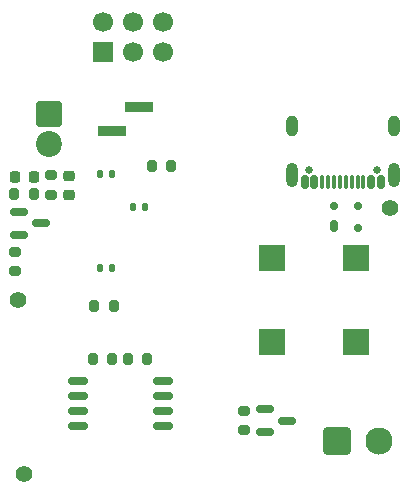
<source format=gbr>
%TF.GenerationSoftware,KiCad,Pcbnew,9.99.0-4037-gdf8ecb877a*%
%TF.CreationDate,2025-11-08T20:25:16-05:00*%
%TF.ProjectId,horizon-mini,686f7269-7a6f-46e2-9d6d-696e692e6b69,rev?*%
%TF.SameCoordinates,Original*%
%TF.FileFunction,Soldermask,Bot*%
%TF.FilePolarity,Negative*%
%FSLAX46Y46*%
G04 Gerber Fmt 4.6, Leading zero omitted, Abs format (unit mm)*
G04 Created by KiCad (PCBNEW 9.99.0-4037-gdf8ecb877a) date 2025-11-08 20:25:16*
%MOMM*%
%LPD*%
G01*
G04 APERTURE LIST*
G04 Aperture macros list*
%AMRoundRect*
0 Rectangle with rounded corners*
0 $1 Rounding radius*
0 $2 $3 $4 $5 $6 $7 $8 $9 X,Y pos of 4 corners*
0 Add a 4 corners polygon primitive as box body*
4,1,4,$2,$3,$4,$5,$6,$7,$8,$9,$2,$3,0*
0 Add four circle primitives for the rounded corners*
1,1,$1+$1,$2,$3*
1,1,$1+$1,$4,$5*
1,1,$1+$1,$6,$7*
1,1,$1+$1,$8,$9*
0 Add four rect primitives between the rounded corners*
20,1,$1+$1,$2,$3,$4,$5,0*
20,1,$1+$1,$4,$5,$6,$7,0*
20,1,$1+$1,$6,$7,$8,$9,0*
20,1,$1+$1,$8,$9,$2,$3,0*%
G04 Aperture macros list end*
%ADD10C,1.400000*%
%ADD11R,1.700000X1.700000*%
%ADD12C,1.700000*%
%ADD13RoundRect,0.250001X-0.899999X-0.899999X0.899999X-0.899999X0.899999X0.899999X-0.899999X0.899999X0*%
%ADD14C,2.300000*%
%ADD15R,2.350000X0.850000*%
%ADD16RoundRect,0.200000X0.275000X-0.200000X0.275000X0.200000X-0.275000X0.200000X-0.275000X-0.200000X0*%
%ADD17RoundRect,0.200000X-0.200000X-0.275000X0.200000X-0.275000X0.200000X0.275000X-0.200000X0.275000X0*%
%ADD18RoundRect,0.249999X-0.850001X0.850001X-0.850001X-0.850001X0.850001X-0.850001X0.850001X0.850001X0*%
%ADD19C,2.200000*%
%ADD20RoundRect,0.200000X0.200000X0.275000X-0.200000X0.275000X-0.200000X-0.275000X0.200000X-0.275000X0*%
%ADD21RoundRect,0.175000X-0.175000X-0.325000X0.175000X-0.325000X0.175000X0.325000X-0.175000X0.325000X0*%
%ADD22RoundRect,0.150000X-0.200000X-0.150000X0.200000X-0.150000X0.200000X0.150000X-0.200000X0.150000X0*%
%ADD23C,0.650000*%
%ADD24RoundRect,0.150000X-0.150000X-0.425000X0.150000X-0.425000X0.150000X0.425000X-0.150000X0.425000X0*%
%ADD25RoundRect,0.075000X-0.075000X-0.500000X0.075000X-0.500000X0.075000X0.500000X-0.075000X0.500000X0*%
%ADD26O,1.000000X1.800000*%
%ADD27O,1.000000X2.100000*%
%ADD28R,2.311400X2.311400*%
%ADD29RoundRect,0.218750X-0.256250X0.218750X-0.256250X-0.218750X0.256250X-0.218750X0.256250X0.218750X0*%
%ADD30RoundRect,0.150000X-0.587500X-0.150000X0.587500X-0.150000X0.587500X0.150000X-0.587500X0.150000X0*%
%ADD31RoundRect,0.200000X-0.275000X0.200000X-0.275000X-0.200000X0.275000X-0.200000X0.275000X0.200000X0*%
%ADD32RoundRect,0.140000X-0.140000X-0.170000X0.140000X-0.170000X0.140000X0.170000X-0.140000X0.170000X0*%
%ADD33RoundRect,0.140000X0.140000X0.170000X-0.140000X0.170000X-0.140000X-0.170000X0.140000X-0.170000X0*%
%ADD34RoundRect,0.218750X0.218750X0.256250X-0.218750X0.256250X-0.218750X-0.256250X0.218750X-0.256250X0*%
%ADD35RoundRect,0.162500X-0.650000X-0.162500X0.650000X-0.162500X0.650000X0.162500X-0.650000X0.162500X0*%
G04 APERTURE END LIST*
D10*
%TO.C,*%
X168500000Y-112500000D03*
%TD*%
D11*
%TO.C,J8*%
X144170000Y-99250000D03*
D12*
X144170000Y-96710000D03*
X146710000Y-99250000D03*
X146710000Y-96710000D03*
X149250000Y-99250000D03*
X149250000Y-96710000D03*
%TD*%
D10*
%TO.C,*%
X137000000Y-120250000D03*
%TD*%
%TO.C,REF\u002A\u002A*%
X168500000Y-112500000D03*
%TD*%
D13*
%TO.C,J2*%
X164000000Y-132250000D03*
D14*
X167500000Y-132250000D03*
%TD*%
D10*
%TO.C,*%
X137000000Y-120250000D03*
%TD*%
%TO.C,*%
X137500000Y-135000000D03*
%TD*%
D15*
%TO.C,J16*%
X147247259Y-103969487D03*
X144897259Y-105969487D03*
%TD*%
D16*
%TO.C,R30*%
X136750000Y-117825000D03*
X136750000Y-116175000D03*
%TD*%
D17*
%TO.C,R31*%
X136664937Y-111312074D03*
X138314937Y-111312074D03*
%TD*%
D18*
%TO.C,J1*%
X139578473Y-104508907D03*
D19*
X139578473Y-107048907D03*
%TD*%
D20*
%TO.C,R11*%
X144928447Y-125307375D03*
X143278447Y-125307375D03*
%TD*%
D21*
%TO.C,D14*%
X163750000Y-114000000D03*
D22*
X163750000Y-112300000D03*
X165750000Y-112300000D03*
X165750000Y-114200000D03*
%TD*%
D23*
%TO.C,J7*%
X161571249Y-109224323D03*
X167351249Y-109224323D03*
D24*
X161261249Y-110299323D03*
X162061249Y-110299323D03*
D25*
X163211249Y-110299323D03*
X164211249Y-110299323D03*
X164711249Y-110299323D03*
X165711249Y-110299323D03*
D24*
X166861249Y-110299323D03*
X167661249Y-110299323D03*
X167661249Y-110299323D03*
X166861249Y-110299323D03*
D25*
X166211249Y-110299323D03*
X165211249Y-110299323D03*
X163711249Y-110299323D03*
X162711249Y-110299323D03*
D24*
X162061249Y-110299323D03*
X161261249Y-110299323D03*
D26*
X160141249Y-105544323D03*
D27*
X160141249Y-109724323D03*
D26*
X168781249Y-105544323D03*
D27*
X168781249Y-109724323D03*
%TD*%
D28*
%TO.C,BZ2*%
X165550001Y-123800001D03*
X158449999Y-123800001D03*
X165550001Y-116699999D03*
X158449999Y-116699999D03*
%TD*%
D29*
%TO.C,F2*%
X141296159Y-109766359D03*
X141296159Y-111341359D03*
%TD*%
D17*
%TO.C,R2*%
X146249801Y-125307375D03*
X147899801Y-125307375D03*
%TD*%
D30*
%TO.C,Q1*%
X157835782Y-131436692D03*
X157835782Y-129536692D03*
X159710782Y-130486692D03*
%TD*%
D31*
%TO.C,R80*%
X139778874Y-109724095D03*
X139778874Y-111374095D03*
%TD*%
D32*
%TO.C,C7*%
X143920000Y-109600000D03*
X144880000Y-109600000D03*
%TD*%
D33*
%TO.C,C9*%
X144880000Y-117600000D03*
X143920000Y-117600000D03*
%TD*%
D30*
%TO.C,Q2*%
X137018712Y-114731577D03*
X137018712Y-112831577D03*
X138893712Y-113781577D03*
%TD*%
D34*
%TO.C,D2*%
X138293333Y-109817907D03*
X136718333Y-109817907D03*
%TD*%
D35*
%TO.C,U6*%
X142075000Y-130909715D03*
X142075000Y-129639715D03*
X142075000Y-128369715D03*
X142075000Y-127099715D03*
X149250000Y-127099715D03*
X149250000Y-128369715D03*
X149250000Y-129639715D03*
X149250000Y-130909715D03*
%TD*%
D17*
%TO.C,R23*%
X143425000Y-120750000D03*
X145075000Y-120750000D03*
%TD*%
D16*
%TO.C,R1*%
X156070027Y-131303671D03*
X156070027Y-129653671D03*
%TD*%
D17*
%TO.C,R12*%
X148275746Y-108960863D03*
X149925746Y-108960863D03*
%TD*%
D32*
%TO.C,C8*%
X146720000Y-112400000D03*
X147680000Y-112400000D03*
%TD*%
M02*

</source>
